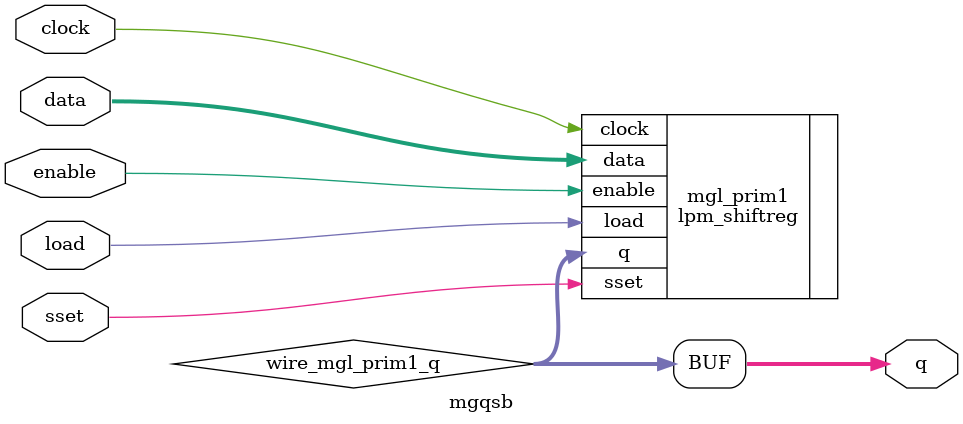
<source format=v>






//synthesis_resources = lpm_shiftreg 1 
//synopsys translate_off
`timescale 1 ps / 1 ps
//synopsys translate_on
module  mgqsb
	( 
	clock,
	data,
	enable,
	load,
	q,
	sset) /* synthesis synthesis_clearbox=1 */;
	input   clock;
	input   [31:0]  data;
	input   enable;
	input   load;
	output   [31:0]  q;
	input   sset;

	wire  [31:0]   wire_mgl_prim1_q;

	lpm_shiftreg   mgl_prim1
	( 
	.clock(clock),
	.data(data),
	.enable(enable),
	.load(load),
	.q(wire_mgl_prim1_q),
	.sset(sset));
	defparam
		mgl_prim1.lpm_direction = "LEFT",
		mgl_prim1.lpm_type = "LPM_SHIFTREG",
		mgl_prim1.lpm_width = 32;
	assign
		q = wire_mgl_prim1_q;
endmodule //mgqsb
//VALID FILE

</source>
